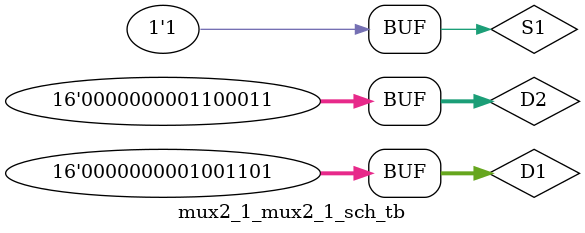
<source format=v>

`timescale 1ns / 1ps

module mux2_1_mux2_1_sch_tb();

// Inputs
   reg [15:0] D1;
   reg [15:0] D2;
   reg S1;

// Output
   wire [15:0] O;

// Bidirs

// Instantiate the UUT
   mux2_1 UUT (
		.D1(D1), 
		.D2(D2), 
		.S1(S1), 
		.O(O)
   );
// Initialize Inputs
   `ifdef auto_init
       initial begin
		D1 = 0;
		D2 = 0;
		S1 = 0;
   `endif
	
	
	always
	begin
	#100
		D1 = 77;
		D2 = 99;
		S1 = 0;
		#100
		if(O == 77) begin
			$display("0 Works");
			end
		else begin
			$display("0 Broken");
		end
		#100
	
		S1 = 1;
		#10
		if(O == 99) begin
			$display("1 Works");
			end
		else begin
			$display("1 Broken");
		end
		
		end
endmodule

</source>
